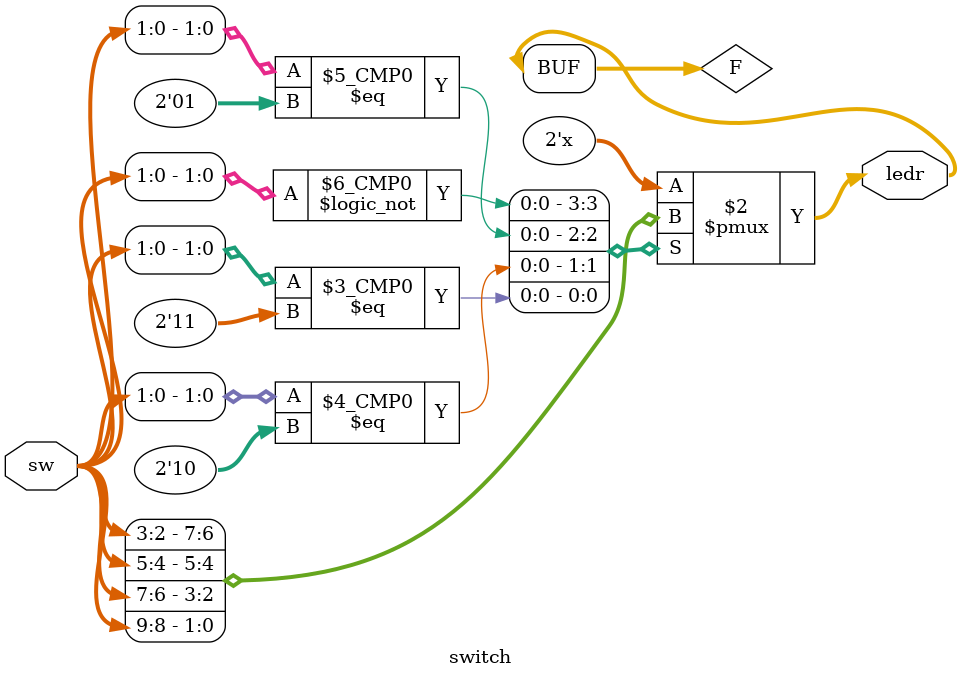
<source format=v>
module switch(
  input [9:0] sw,
  output [1:0] ledr
);

  reg [1:0] F;
  always @ (*)
    case ({sw[1],sw[0]})
      2'b00: F = {sw[3],sw[2]};   
      2'b01: F = {sw[5],sw[4]};  
      2'b10: F = {sw[7],sw[6]};  
      2'b11: F = {sw[9],sw[8]};  
      default: F = 2'b00;
    endcase
    assign ledr = F;
endmodule
</source>
